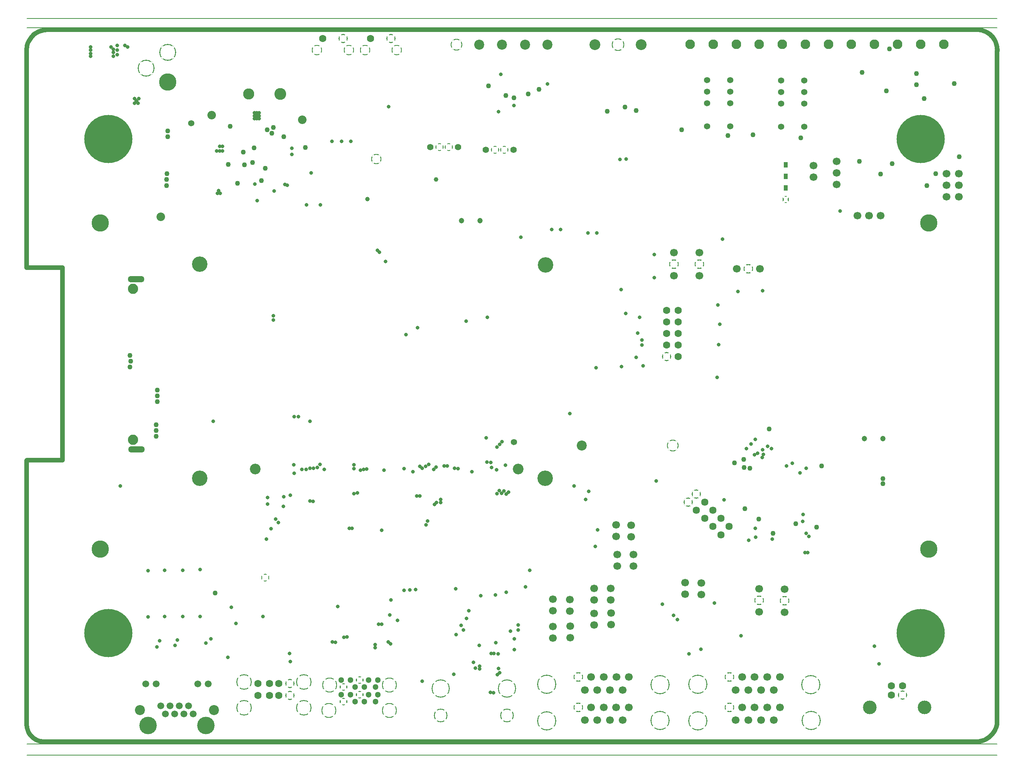
<source format=gbr>
%FSTAX23Y23*%
%MOIN*%
%SFA1B1*%

%IPPOS*%
%AMD154*
1,1,0.145669,0.000000,0.000000*
1,0,0.129921,0.000000,0.000000*
4,0,4,0.044500,0.058400,-0.058400,-0.044500,-0.044500,-0.058400,0.058400,0.044500,0.044500,0.058400,0.0*
4,0,4,-0.044500,0.058400,0.058400,-0.044500,0.044500,-0.058400,-0.058400,0.044500,-0.044500,0.058400,0.0*
%
%AMD155*
1,1,0.082677,0.000000,0.000000*
1,0,0.066929,0.000000,0.000000*
4,0,4,0.022300,0.036100,-0.036100,-0.022300,-0.022300,-0.036100,0.036100,0.022300,0.022300,0.036100,0.0*
4,0,4,-0.022300,0.036100,0.036100,-0.022300,0.022300,-0.036100,-0.036100,0.022300,-0.022300,0.036100,0.0*
%
%AMD157*
1,1,0.078740,0.000000,0.000000*
1,0,0.062992,0.000000,0.000000*
4,0,4,0.020900,0.034700,-0.034700,-0.020900,-0.020900,-0.034700,0.034700,0.020900,0.020900,0.034700,0.0*
4,0,4,-0.020900,0.034700,0.034700,-0.020900,0.020900,-0.034700,-0.034700,0.020900,-0.020900,0.034700,0.0*
%
%AMD159*
1,1,0.109370,0.000000,0.000000*
1,0,0.093622,0.000000,0.000000*
4,0,4,0.031700,0.045500,-0.045500,-0.031700,-0.031700,-0.045500,0.045500,0.031700,0.031700,0.045500,0.0*
4,0,4,-0.031700,0.045500,0.045500,-0.031700,0.031700,-0.045500,-0.045500,0.031700,-0.031700,0.045500,0.0*
%
%AMD160*
1,1,0.070866,0.000000,0.000000*
1,0,0.055118,0.000000,0.000000*
4,0,4,0.018100,0.032000,-0.032000,-0.018100,-0.018100,-0.032000,0.032000,0.018100,0.018100,0.032000,0.0*
4,0,4,-0.018100,0.032000,0.032000,-0.018100,0.018100,-0.032000,-0.032000,0.018100,-0.018100,0.032000,0.0*
%
%AMD165*
1,1,0.165354,0.000000,0.000000*
1,0,0.149606,0.000000,0.000000*
4,0,4,0.051500,0.065300,-0.065300,-0.051500,-0.051500,-0.065300,0.065300,0.051500,0.051500,0.065300,0.0*
4,0,4,-0.051500,0.065300,0.065300,-0.051500,0.051500,-0.065300,-0.065300,0.051500,-0.051500,0.065300,0.0*
%
%AMD166*
1,1,0.102362,0.000000,0.000000*
1,0,0.086614,0.000000,0.000000*
4,0,4,0.029200,0.043100,-0.043100,-0.029200,-0.029200,-0.043100,0.043100,0.029200,0.029200,0.043100,0.0*
4,0,4,-0.029200,0.043100,0.043100,-0.029200,0.029200,-0.043100,-0.043100,0.029200,-0.029200,0.043100,0.0*
%
%AMD168*
1,1,0.129921,0.000000,0.000000*
1,0,0.114173,0.000000,0.000000*
4,0,4,0.039000,0.052800,-0.052800,-0.039000,-0.039000,-0.052800,0.052800,0.039000,0.039000,0.052800,0.0*
4,0,4,-0.039000,0.052800,0.052800,-0.039000,0.039000,-0.052800,-0.052800,0.039000,-0.039000,0.052800,0.0*
%
%AMD169*
1,1,0.066929,0.000000,0.000000*
1,0,0.051181,0.000000,0.000000*
4,0,4,0.016700,0.030500,-0.030500,-0.016700,-0.016700,-0.030500,0.030500,0.016700,0.016700,0.030500,0.0*
4,0,4,-0.016700,0.030500,0.030500,-0.016700,0.016700,-0.030500,-0.030500,0.016700,-0.016700,0.030500,0.0*
%
%AMD171*
4,1,4,0.025600,-0.030600,-0.025500,-0.030600,-0.025500,0.030700,0.025600,0.030700,0.025600,-0.030600,0.0*
4,0,4,0.017800,-0.022800,-0.017700,-0.022800,-0.017700,0.022900,0.017800,0.022900,0.017800,-0.022800,0.0*
20,0,0.019685,0.000000,-0.005000,0.051100,-0.056200,0.0*
20,0,0.019685,0.000000,0.005000,-0.051100,0.056200,0.0*
20,0,0.019685,0.000000,-0.005000,-0.051100,-0.056200,0.0*
20,0,0.019685,0.000000,0.005000,0.051100,0.056200,0.0*
%
%AMD175*
1,1,0.090551,0.000000,0.000000*
1,0,0.074803,0.000000,0.000000*
4,0,4,0.025000,0.038900,-0.038900,-0.025000,-0.025000,-0.038900,0.038900,0.025000,0.025000,0.038900,0.0*
4,0,4,-0.025000,0.038900,0.038900,-0.025000,0.025000,-0.038900,-0.038900,0.025000,-0.025000,0.038900,0.0*
%
%AMD179*
1,1,0.079370,0.000000,0.000000*
1,0,0.063622,0.000000,0.000000*
4,0,4,0.021100,0.034900,-0.034900,-0.021100,-0.021100,-0.034900,0.034900,0.021100,0.021100,0.034900,0.0*
4,0,4,-0.021100,0.034900,0.034900,-0.021100,0.021100,-0.034900,-0.034900,0.021100,-0.021100,0.034900,0.0*
%
%AMD180*
1,1,0.133858,0.000000,0.000000*
1,0,0.118110,0.000000,0.000000*
4,0,4,0.040400,0.054200,-0.054200,-0.040400,-0.040400,-0.054200,0.054200,0.040400,0.040400,0.054200,0.0*
4,0,4,-0.040400,0.054200,0.054200,-0.040400,0.040400,-0.054200,-0.054200,0.040400,-0.040400,0.054200,0.0*
%
%AMD182*
1,1,0.089370,0.000000,0.000000*
1,0,0.073622,0.000000,0.000000*
4,0,4,0.024600,0.038500,-0.038500,-0.024600,-0.024600,-0.038500,0.038500,0.024600,0.024600,0.038500,0.0*
4,0,4,-0.024600,0.038500,0.038500,-0.024600,0.024600,-0.038500,-0.038500,0.024600,-0.024600,0.038500,0.0*
%
%AMD184*
1,1,0.118110,0.000000,0.000000*
1,0,0.102362,0.000000,0.000000*
4,0,4,0.034800,0.048600,-0.048600,-0.034800,-0.034800,-0.048600,0.048600,0.034800,0.034800,0.048600,0.0*
4,0,4,-0.034800,0.048600,0.048600,-0.034800,0.034800,-0.048600,-0.048600,0.034800,-0.034800,0.048600,0.0*
%
%AMD185*
1,1,0.157480,0.000000,0.000000*
1,0,0.141732,0.000000,0.000000*
4,0,4,0.048700,0.062600,-0.062600,-0.048700,-0.048700,-0.062600,0.062600,0.048700,0.048700,0.062600,0.0*
4,0,4,-0.048700,0.062600,0.062600,-0.048700,0.048700,-0.062600,-0.062600,0.048700,-0.048700,0.062600,0.0*
%
%AMD186*
1,1,0.069370,0.000000,0.000000*
1,0,0.053622,0.000000,0.000000*
4,0,4,0.017500,0.031400,-0.031400,-0.017500,-0.017500,-0.031400,0.031400,0.017500,0.017500,0.031400,0.0*
4,0,4,-0.017500,0.031400,0.031400,-0.017500,0.017500,-0.031400,-0.031400,0.017500,-0.017500,0.031400,0.0*
%
%ADD115C,0.066929*%
%ADD117C,0.149606*%
%ADD118C,0.062992*%
%ADD120C,0.055118*%
%ADD137C,0.051181*%
%ADD144C,0.118110*%
%ADD153C,0.039370*%
G04~CAMADD=154~12~0.0~0.0~0.0~0.0~0.0~0.0~0~1456.7~1299.2~0.0~45.0~4~196.8~0.0~0.0~0.0~0~0.0~0.0~0.0~0.0~1456.7~1456.7*
%ADD154D154*%
G04~CAMADD=155~12~0.0~0.0~0.0~0.0~0.0~0.0~0~826.8~669.3~0.0~45.0~4~196.8~0.0~0.0~0.0~0~0.0~0.0~0.0~0.0~826.8~826.8*
%ADD155D155*%
%ADD156C,0.092622*%
G04~CAMADD=157~12~0.0~0.0~0.0~0.0~0.0~0.0~0~787.4~629.9~0.0~45.0~4~196.8~0.0~0.0~0.0~0~0.0~0.0~0.0~0.0~787.4~787.4*
%ADD157D157*%
%ADD158C,0.093622*%
G04~CAMADD=159~12~0.0~0.0~0.0~0.0~0.0~0.0~0~1093.7~936.2~0.0~45.0~4~196.8~0.0~0.0~0.0~0~0.0~0.0~0.0~0.0~1093.7~1093.7*
%ADD159D159*%
G04~CAMADD=160~12~0.0~0.0~0.0~0.0~0.0~0.0~0~708.7~551.2~0.0~45.0~4~196.8~0.0~0.0~0.0~0~0.0~0.0~0.0~0.0~708.7~708.7*
%ADD160D160*%
%ADD161C,0.088622*%
%ADD162O,0.143622X0.053622*%
%ADD163C,0.102362*%
%ADD164C,0.096457*%
G04~CAMADD=165~12~0.0~0.0~0.0~0.0~0.0~0.0~0~1653.5~1496.1~0.0~45.0~4~196.8~0.0~0.0~0.0~0~0.0~0.0~0.0~0.0~1653.5~1653.5*
%ADD165D165*%
G04~CAMADD=166~12~0.0~0.0~0.0~0.0~0.0~0.0~0~1023.6~866.1~0.0~45.0~4~196.8~0.0~0.0~0.0~0~0.0~0.0~0.0~0.0~1023.6~1023.6*
%ADD166D166*%
%ADD167C,0.086614*%
G04~CAMADD=168~12~0.0~0.0~0.0~0.0~0.0~0.0~0~1299.2~1141.7~0.0~45.0~4~196.8~0.0~0.0~0.0~0~0.0~0.0~0.0~0.0~1299.2~1299.2*
%ADD168D168*%
G04~CAMADD=169~12~0.0~0.0~0.0~0.0~0.0~0.0~0~669.3~511.8~0.0~45.0~4~196.8~0.0~0.0~0.0~0~0.0~0.0~0.0~0.0~669.3~669.3*
%ADD169D169*%
%ADD170R,0.035433X0.045622*%
%ADD171D171*%
%ADD172C,0.043307*%
%ADD173C,0.083622*%
%ADD174C,0.047244*%
G04~CAMADD=175~12~0.0~0.0~0.0~0.0~0.0~0.0~0~905.5~748.0~0.0~45.0~4~196.8~0.0~0.0~0.0~0~0.0~0.0~0.0~0.0~905.5~905.5*
%ADD175D175*%
%ADD176C,0.059055*%
%ADD177C,0.151575*%
%ADD178C,0.063622*%
G04~CAMADD=179~12~0.0~0.0~0.0~0.0~0.0~0.0~0~793.7~636.2~0.0~45.0~4~196.8~0.0~0.0~0.0~0~0.0~0.0~0.0~0.0~793.7~793.7*
%ADD179D179*%
G04~CAMADD=180~12~0.0~0.0~0.0~0.0~0.0~0.0~0~1338.6~1181.1~0.0~45.0~4~196.8~0.0~0.0~0.0~0~0.0~0.0~0.0~0.0~1338.6~1338.6*
%ADD180D180*%
%ADD181C,0.073622*%
G04~CAMADD=182~12~0.0~0.0~0.0~0.0~0.0~0.0~0~893.7~736.2~0.0~45.0~4~196.8~0.0~0.0~0.0~0~0.0~0.0~0.0~0.0~893.7~893.7*
%ADD182D182*%
%ADD183C,0.053622*%
G04~CAMADD=184~12~0.0~0.0~0.0~0.0~0.0~0.0~0~1181.1~1023.6~0.0~45.0~4~196.8~0.0~0.0~0.0~0~0.0~0.0~0.0~0.0~1181.1~1181.1*
%ADD184D184*%
G04~CAMADD=185~12~0.0~0.0~0.0~0.0~0.0~0.0~0~1574.8~1417.3~0.0~45.0~4~196.8~0.0~0.0~0.0~0~0.0~0.0~0.0~0.0~1574.8~1574.8*
%ADD185D185*%
G04~CAMADD=186~12~0.0~0.0~0.0~0.0~0.0~0.0~0~693.7~536.2~0.0~45.0~4~196.8~0.0~0.0~0.0~0~0.0~0.0~0.0~0.0~693.7~693.7*
%ADD186D186*%
%ADD187C,0.053622*%
%ADD188C,0.133858*%
%ADD189C,0.149606*%
%ADD190C,0.417323*%
%ADD191C,0.031496*%
%ADD192C,0.043307*%
%ADD193C,0.038622*%
%ADD196C,0.006000*%
%LNsyncbox_copper_plane_2-1*%
%LPD*%
G54D115*
X0633Y01321D03*
Y01121D03*
X06549Y01319D03*
Y01119D03*
X05814Y04231D03*
Y04031D03*
X05593Y04231D03*
Y04031D03*
X06136Y04092D03*
X06336D03*
X0718Y0455D03*
X0728D03*
X0738D03*
X0795Y04915D03*
Y04815D03*
Y04715D03*
X08055Y04915D03*
Y04815D03*
Y04715D03*
X07Y0502D03*
Y0492D03*
Y0482D03*
X04697Y00996D03*
Y00896D03*
X05222Y01771D03*
Y01871D03*
X05093Y01774D03*
Y01874D03*
X04548Y00994D03*
Y00894D03*
X0505Y01111D03*
Y01011D03*
X04694Y01129D03*
Y01229D03*
X04547Y01132D03*
Y01232D03*
X04903Y01008D03*
Y01108D03*
X05242Y01618D03*
Y01518D03*
X05104Y01617D03*
Y01517D03*
X0583Y01272D03*
Y01372D03*
X0569Y01273D03*
Y01373D03*
X05048Y01223D03*
Y01323D03*
X04903Y01325D03*
Y01225D03*
X068Y04985D03*
Y04885D03*
X0504Y00445D03*
X04931D03*
X04822D03*
X05204Y00295D03*
X05094D03*
X04985D03*
X04876D03*
X05149Y00183D03*
X0504D03*
X04931D03*
X04822D03*
X05204Y00557D03*
X05095D03*
X04985D03*
X04876D03*
X05149Y00445D03*
X06346D03*
X06237D03*
X06128D03*
X0651Y00295D03*
X064D03*
X06291D03*
X06182D03*
X06455Y00183D03*
X06346D03*
X06237D03*
X06128D03*
X0651Y00557D03*
X06401D03*
X06291D03*
X06182D03*
X06455Y00445D03*
G54D117*
X01215Y05709D03*
G54D118*
X0553Y0373D03*
Y0363D03*
Y0353D03*
Y0343D03*
X0563Y0373D03*
Y0363D03*
Y0353D03*
Y0343D03*
Y0333D03*
X07472Y00401D03*
Y0048D03*
X07571D03*
X02556Y06084D03*
X02971D03*
X01997Y005D03*
X02096D03*
X02175D03*
Y00397D03*
X02096D03*
X01997D03*
G54D120*
X03725Y05145D03*
X03488D03*
X04205Y0512D03*
X03968D03*
G54D137*
X03013Y00345D03*
X02915D03*
X02836D03*
X02718Y00404D03*
X02796D03*
X02954D03*
X03033D03*
Y0053D03*
X02954D03*
X02796D03*
X02718D03*
X02836Y0047D03*
X02915D03*
X03013D03*
G54D144*
X07285Y00295D03*
X07759D03*
G54D153*
X-00003Y0015D02*
D01*
X-00003Y00149*
Y00149*
Y00149*
X-00003Y00149*
Y00149*
X0Y02433D02*
D01*
X0Y02433*
X0Y02432*
X0Y02432*
X0Y02432*
X-00001Y02432*
X-00001Y02432*
X-00001Y02432*
X-00001Y02432*
X-00001Y02432*
X-00001Y02432*
X-00002Y02432*
X-00002Y02432*
X-00002Y02431*
X-00002Y02431*
X-00002Y02431*
X-00002Y02431*
X-00002Y02431*
X-00002Y0243*
X-00002Y0243*
X-00002Y0243*
X-00002Y0243*
X-00003Y0243*
X-00003Y0243*
Y04105D02*
D01*
X-00003Y04104*
X-00002Y04104*
X-00002Y04104*
X-00002Y04104*
X-00002Y04103*
X-00002Y04103*
X-00002Y04103*
X-00002Y04103*
X-00002Y04103*
X-00002Y04103*
X-00002Y04102*
X-00002Y04102*
X-00001Y04102*
X-00001Y04102*
X-00001Y04102*
X-00001Y04102*
X-00001Y04102*
X0Y04102*
X0Y04102*
X0Y04102*
X0Y04102*
X0Y04101*
X0Y04101*
X-00003Y05982D02*
D01*
X-00003Y05981*
X-00003Y05981*
Y0598*
X-00003Y0598*
X-00003Y05979*
X-00002Y05996D02*
D01*
X-00002Y05996*
X-00002Y05996*
X-00002Y05996*
X-00002Y05996*
X-00002Y05995*
X-00002Y05995*
X-00002Y05995*
X-00002Y05995*
X-00003Y05995*
X-00003Y05995*
X0016Y06159D02*
D01*
X00148Y06158*
X00135Y06155*
X00123Y06152*
X00111Y06148*
X001Y06143*
X00089Y06138*
X00078Y06131*
X00068Y06124*
X00058Y06116*
X00049Y06107*
X0004Y06098*
X00033Y06089*
X00025Y06078*
X00019Y06068*
X00013Y06056*
X00008Y06045*
X00004Y06033*
X00001Y06021*
X0Y06009*
X-00002Y05996*
X00162Y0616D02*
D01*
X00162Y0616*
X00162Y0616*
X00161Y0616*
X00161Y0616*
X00161Y0616*
X00161Y0616*
X00161Y0616*
X0016Y0616*
X0016Y06159*
X0016Y06159*
X08228Y0616D02*
D01*
X08228Y0616*
X08228Y0616*
X08228Y0616*
X08227Y0616*
X08227Y0616*
X08227Y0616*
X08227*
X08388Y06D02*
D01*
X08387Y06012*
X08384Y06024*
X08381Y06036*
X08377Y06047*
X08373Y06059*
X08367Y0607*
X08361Y0608*
X08354Y0609*
X08346Y061*
X08338Y06109*
X08329Y06117*
X0832Y06125*
X0831Y06132*
X08299Y06138*
X08288Y06144*
X08277Y06148*
X08265Y06152*
X08254Y06156*
X08242Y06158*
X0823Y0616*
X08228Y0616*
X08388Y05999D02*
D01*
X08388Y05999*
X08388Y05999*
X08388Y05999*
X08388Y06*
X08388Y06*
X08388Y06*
X08388Y06*
X08389Y05985D02*
D01*
X08389Y05988*
X08389Y0599*
X08389Y05992*
X08388Y05994*
X08388Y05996*
Y05974D02*
D01*
X08388Y05977*
X08389Y05979*
X08389Y05981*
X08389Y05983*
X08389Y05985*
X08388Y00169D02*
D01*
X08388Y00169*
X08388Y0017*
X08388Y0017*
X08388Y0017*
X08388Y0017*
X08388Y0017*
X08216Y-00002D02*
D01*
X08228Y-00001*
X08241Y0*
X08254Y00003*
X08266Y00007*
X08278Y00011*
X08289Y00017*
X083Y00023*
X08311Y0003*
X08321Y00038*
X08331Y00046*
X0834Y00056*
X08348Y00065*
X08356Y00076*
X08363Y00086*
X08369Y00098*
X08374Y00109*
X08379Y00121*
X08382Y00134*
X08385Y00146*
X08387Y00159*
X08388Y00169*
X08215Y-00003D02*
D01*
X08215Y-00003*
X08215Y-00002*
X08215Y-00002*
X08215Y-00002*
X08216Y-00002*
X08216Y-00002*
X08199Y-00003D02*
D01*
X08202Y-00003*
X08204Y-00003*
X08206*
X08208Y-00003*
X0821Y-00003*
X08199Y-00003D02*
D01*
X08199*
X08199*
X08199*
X08199Y-00003*
X08199*
X-00003Y00149D02*
D01*
X-00002Y00139*
X-00001Y00128*
X0Y00118*
X00002Y00107*
X00006Y00097*
X0001Y00087*
X00014Y00078*
X0002Y00068*
X00026Y00059*
X00032Y00051*
X00039Y00043*
X00047Y00036*
X00055Y00029*
X00064Y00023*
X00073Y00017*
X00082Y00012*
X00092Y00008*
X00102Y00004*
X00112Y00001*
X00123Y0*
X00133Y-00002*
X00144Y-00002*
X00149Y-00003*
X-00003Y00149D02*
D01*
Y00149*
X-00003Y00149*
Y00149*
X-00003Y00149*
Y00149*
Y04105D02*
Y05979D01*
X0Y04101D02*
X00306D01*
Y02433D02*
Y04101D01*
X0Y02433D02*
X00306D01*
X-00003Y0015D02*
Y0243D01*
X00149Y-00003D02*
X08199D01*
X08199Y-00003D02*
X08199Y-00003D01*
X0821D02*
X08215D01*
X08216Y-00002D02*
D01*
X08388Y00169D02*
D01*
X08388Y0017D02*
Y05974D01*
Y05996D02*
Y05999D01*
X08388Y06D02*
D01*
X08228Y0616D02*
D01*
X00162Y0616D02*
X08227D01*
X0016Y06159D02*
Y06159D01*
X-00002Y05996D02*
D01*
X-00003Y05982D02*
Y05995D01*
G54D154*
X01029Y05827D03*
X01215Y05965D03*
G54D155*
X0633Y01221D03*
X06549Y01219D03*
X05814Y04131D03*
X05593D03*
X06236Y04092D03*
X04767Y00295D03*
Y00556D03*
X06073Y00295D03*
Y00556D03*
G54D156*
X01973Y02359D03*
X04245D03*
G54D157*
X0553Y0333D03*
X07571Y00401D03*
X02733Y06084D03*
X03148D03*
X02273Y00397D03*
Y005D03*
G54D158*
X0531Y0603D03*
X0491D03*
G54D159*
X0511Y0603D03*
G54D160*
X03646Y05145D03*
X03567D03*
X04126Y0512D03*
X04047D03*
G54D161*
X00915Y02611D03*
Y03917D03*
G54D162*
X00946Y02527D03*
X00944Y04D03*
G54D163*
X0219Y05605D03*
G54D164*
X01915Y05605D03*
G54D165*
X04494Y00178D03*
X05473Y0018D03*
X04493Y00493D03*
X05472Y00491D03*
X058Y00178D03*
X06779Y0018D03*
X05799Y00493D03*
X06778Y00491D03*
G54D166*
X03714Y0603D03*
X05584Y0256D03*
G54D167*
X03911Y0603D03*
X04108D03*
X04305D03*
X04501D03*
X00975Y00272D03*
X01615D03*
X04796Y0256D03*
G54D168*
X02616Y00489D03*
X02611Y00266D03*
X03134Y00489D03*
Y00266D03*
G54D169*
X02737Y00345D03*
X02875Y00404D03*
Y0053D03*
X02737Y0047D03*
G54D170*
X0656Y0499D03*
Y0489D03*
Y0479D03*
G54D171*
X0656Y0469D03*
G54D172*
X074Y02273D03*
Y0223D03*
G54D173*
X05733Y06035D03*
X05932D03*
X06132D03*
X06331D03*
X0653D03*
X0673D03*
X06929D03*
X07128D03*
X07327D03*
X07527D03*
X07726D03*
X07925D03*
G54D174*
X07241Y0262D03*
X07399D03*
X03758Y04507D03*
X03915D03*
G54D175*
X02782Y05985D03*
X02507D03*
X02922D03*
X03197D03*
G54D176*
X01435Y00237D03*
X01395Y00307D03*
X01355Y00237D03*
X01315Y00307D03*
X01275Y00237D03*
X01235Y00307D03*
X01195Y00237D03*
X01155Y00307D03*
X01475Y00497D03*
X01565D03*
X01115D03*
X01025D03*
G54D177*
X01045Y00137D03*
X01545D03*
G54D178*
X06071Y0186D03*
X06Y0193D03*
X0593Y02001D03*
X05859Y02072D03*
X06Y01789D03*
X0593Y0186D03*
X05859Y0193D03*
X05788Y02001D03*
G54D179*
X05788Y02142D03*
X05717Y02072D03*
G54D180*
X02394Y0029D03*
X01876D03*
X02394Y00514D03*
X01876D03*
G54D181*
X02381Y0538D03*
X01155Y0454D03*
X01595Y0542D03*
G54D182*
X0302Y0504D03*
G54D183*
X0588Y05325D03*
Y05525D03*
Y05625D03*
Y05725D03*
X0608D03*
Y05625D03*
Y05525D03*
Y05325D03*
X0652Y0532D03*
Y0552D03*
Y0562D03*
Y0572D03*
X0672D03*
Y0562D03*
Y0552D03*
Y0532D03*
G54D184*
X04149Y00224D03*
X03578D03*
G54D185*
X03578Y00459D03*
X04149D03*
G54D186*
X0206Y01417D03*
G54D187*
X0421Y0259D03*
X0142Y0535D03*
G54D188*
X01492Y0413D03*
X04483Y04125D03*
X01493Y02277D03*
X04481Y02276D03*
G54D189*
X07798Y04488D03*
Y01663D03*
X00632D03*
Y04488D03*
G54D190*
X07727Y00936D03*
Y05215D03*
X00703Y00936D03*
Y05215D03*
G54D191*
X0371Y00924D03*
X05424Y04015D03*
X05441Y02255D03*
X0473Y02212D03*
X04245Y00964D03*
X04246Y01008D03*
X06146Y03894D03*
X06359Y03901D03*
X05423Y04213D03*
X04049Y01267D03*
X02739Y00902D03*
X02768Y00903D03*
X04054Y00854D03*
X04181Y00954D03*
X0336Y01313D03*
X03707Y01322D03*
X0331Y0131D03*
X03068Y01829D03*
X0326Y01306D03*
X03924Y01262D03*
X03415Y0052D03*
X04214Y00795D03*
X04214Y00888D03*
X05944Y01197D03*
X05494Y01186D03*
X04077Y0545D03*
X06013Y04349D03*
X0483Y02093D03*
X03754Y01005D03*
X03773Y00965D03*
X0401Y02415D03*
X03975Y02416D03*
X038Y01065D03*
X03202Y01046D03*
X02883Y02346D03*
X03088Y02348D03*
X04692Y02839D03*
X02685Y01168D03*
X03048Y04234D03*
X03029Y04252D03*
X06761Y01773D03*
X0622Y02535D03*
X0626Y02575D03*
X06298Y02615D03*
X06358Y02459D03*
X06365Y02483D03*
X06404Y02555D03*
X06438Y02533D03*
X05179Y0504D03*
X05126Y05038D03*
X0671Y01963D03*
X06174Y00915D03*
X06444Y01751D03*
X06682Y02323D03*
X06615Y02407D03*
X06241Y0174D03*
X063Y01766D03*
X06565Y02385D03*
X05722Y00758D03*
X05828Y00796D03*
X04912Y01688D03*
X04932Y01831D03*
X04928Y044D03*
X0485Y04401D03*
X04856Y02165D03*
X05622Y01055D03*
X05591Y01092D03*
X03145Y01225D03*
X03689Y00581D03*
X03462Y01909D03*
X0345Y01874D03*
X03727Y02361D03*
X03632Y02384D03*
X03607D03*
X03397Y02382D03*
X03415Y02364D03*
X0337Y02123D03*
X03396D03*
X03473Y02399D03*
X03445Y02381D03*
X03541Y02068D03*
X03523Y0205D03*
X03577Y02069D03*
Y02095D03*
X03516Y02354D03*
X03535Y02373D03*
X02825Y02395D03*
Y0236D03*
X02473Y02076D03*
X02447Y0208D03*
X02826Y02145D03*
X02855Y0215D03*
X02475Y02365D03*
X02445D03*
X02532Y02397D03*
X0251Y02371D03*
X0304Y01015D03*
X03066Y01015D03*
X02936Y02356D03*
X0291Y02355D03*
X03142Y00844D03*
X03123Y00862D03*
X02811Y01845D03*
X02785D03*
X03009Y00812D03*
Y00838D03*
X02639Y0086D03*
X02666Y00859D03*
X0227Y00762D03*
X02275Y00692D03*
X01737Y00727D03*
X01655Y04766D03*
X0055Y0601D03*
Y05985D03*
Y05955D03*
Y0593D03*
X0087Y0601D03*
X00745Y0599D03*
Y05965D03*
Y0593D03*
X0078Y06025D03*
Y05985D03*
Y05945D03*
X00725Y0601D03*
X00845Y06025D03*
X0397Y02627D03*
X0223Y0482D03*
X0225Y04815D03*
X0229Y0508D03*
X00805Y0221D03*
X02536Y04645D03*
X02415D03*
X02135Y04765D03*
X0161Y0277D03*
X02445D03*
X0257Y02355D03*
X0231Y0232D03*
X02305Y02395D03*
X02309Y0281D03*
X02346D03*
X0213Y03683D03*
Y03646D03*
X02376Y02355D03*
X02414D03*
X0427Y04365D03*
X0398Y0367D03*
X04135Y0239D03*
X0406Y0235D03*
X04015Y0237D03*
X03275Y0352D03*
X03375Y0358D03*
X03796Y03638D03*
X0326Y0236D03*
X03335Y02335D03*
X03695Y02365D03*
X03845Y02335D03*
X01805Y0102D03*
X02174Y01895D03*
X0207Y0175D03*
X02275Y0213D03*
X02215Y02033D03*
X0222Y02119D03*
X0211Y0184D03*
X02149Y01925D03*
X0208Y02055D03*
Y0211D03*
X04144Y0129D03*
X04347Y0148D03*
X06025Y0209D03*
X0599Y0361D03*
X0431Y01336D03*
X01495Y01487D03*
X01345Y01482D03*
X0119D03*
X01045Y01477D03*
X0159Y00887D03*
X01545Y00852D03*
X013Y00877D03*
X0128Y00832D03*
X01123Y00817D03*
X01145Y00872D03*
X01495Y01082D03*
X01345D03*
X0119D03*
X01045Y01077D03*
X03135Y01095D03*
X07365Y0067D03*
X07325Y00825D03*
X06735Y018D03*
X0629Y0248D03*
X06315Y02495D03*
X0636Y02525D03*
X028Y05195D03*
X0272D03*
X02635D03*
X01965Y0539D03*
Y05415D03*
Y0544D03*
X01985Y0539D03*
Y05415D03*
Y0544D03*
X02005Y0539D03*
Y05415D03*
Y0544D03*
X0167Y04745D03*
X01645D03*
X0164Y0511D03*
X01665D03*
Y0515D03*
X0169Y0511D03*
Y0515D03*
X0229Y05135D03*
X045Y0569D03*
X05965Y0315D03*
X0598Y03435D03*
X06295Y01845D03*
X06737Y02363D03*
X06751Y01635D03*
X06725D03*
X0204Y01082D03*
X01765Y01162D03*
X02455Y0492D03*
X0199Y0468D03*
X0197Y04825D03*
X05315Y03475D03*
X0492Y03235D03*
X0514Y03245D03*
X05325Y03252D03*
X05265Y03325D03*
X05315Y0343D03*
X05135Y0391D03*
X05175Y03705D03*
X05295Y0367D03*
X0528Y03535D03*
X05973Y03776D03*
X0421Y05505D03*
X04095Y05775D03*
X06705Y01905D03*
X04535Y0443D03*
X04613Y04431D03*
X04064Y02549D03*
X04085Y0257D03*
X04105Y02595D03*
X04162Y02157D03*
X04143Y02141D03*
X04123Y02166D03*
X04103Y02146D03*
X04084Y0217D03*
X04064Y02145D03*
X03819Y0113D03*
X0703Y0459D03*
X031Y04155D03*
X03125Y05495D03*
X00965Y05565D03*
X0093D03*
Y05525D03*
X0096D03*
X00945Y05545D03*
X03861Y00684D03*
X03877Y00634D03*
X03914Y00652D03*
X04033Y00421D03*
X03914Y00626D03*
X04006Y00424D03*
X04013Y0076D03*
X04068Y00576D03*
X04038Y0076D03*
X04086Y00594D03*
X04075Y0063D03*
X04072Y00757D03*
X03911Y0083D03*
G54D192*
X01755Y05325D03*
X0121Y04915D03*
X06825Y01855D03*
X0206Y0496D03*
X01125Y0299D03*
Y0294D03*
Y0304D03*
X0089Y0334D03*
X00895Y0329D03*
X0089Y0324D03*
X0517Y0549D03*
X0566Y05295D03*
X06275Y0525D03*
X0778Y0481D03*
X07195Y0502D03*
X0806Y0506D03*
X02026Y04853D03*
X06195Y0244D03*
X062Y0237D03*
X06115Y0241D03*
X06415Y02705D03*
X0625Y02365D03*
X0687Y02385D03*
X0645Y018D03*
X06325Y01925D03*
X06208Y02015D03*
X0748Y05D03*
X0738Y0491D03*
X07855Y04915D03*
X0743Y0563D03*
X07455Y05995D03*
X07755Y05565D03*
X0769Y05685D03*
Y0578D03*
X0722Y0579D03*
X0606Y05245D03*
X0669Y05224D03*
X05015Y05455D03*
X05265Y0546D03*
X0421Y0557D03*
X0399Y05675D03*
X0414Y0559D03*
X04333Y05603D03*
X04425Y05645D03*
X01215Y05235D03*
Y05285D03*
X01205Y0481D03*
Y04865D03*
X0213Y05315D03*
X0182Y0483D03*
X0195Y0501D03*
X02405Y0514D03*
X02115Y05265D03*
X02075Y05295D03*
X0222Y05235D03*
X0188Y0499D03*
X0174Y04995D03*
X06645Y01885D03*
X01625Y01285D03*
X0187Y051D03*
X01963Y05138D03*
X01115Y0274D03*
Y0269D03*
Y0264D03*
X08015Y05695D03*
G54D193*
X02944Y04695D03*
X03535Y04865D03*
G54D196*
X0Y-0012D02*
X08385D01*
X0Y-00021D02*
X08385D01*
X0Y06257D02*
X08385D01*
X0Y06179D02*
X08385D01*
M02*
</source>
